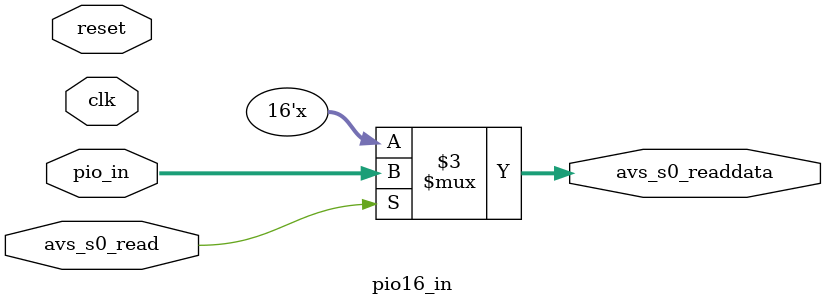
<source format=sv>
module pio16_in (
  input logic clk,
  input logic reset,

  input logic avs_s0_read,
  output logic [15:0] avs_s0_readdata,

  input logic [15:0] pio_in
);

always_comb begin
  if (avs_s0_read) begin
    avs_s0_readdata = pio_in;
  end else begin
    avs_s0_readdata = 'x; 
  end 
end

endmodule

</source>
